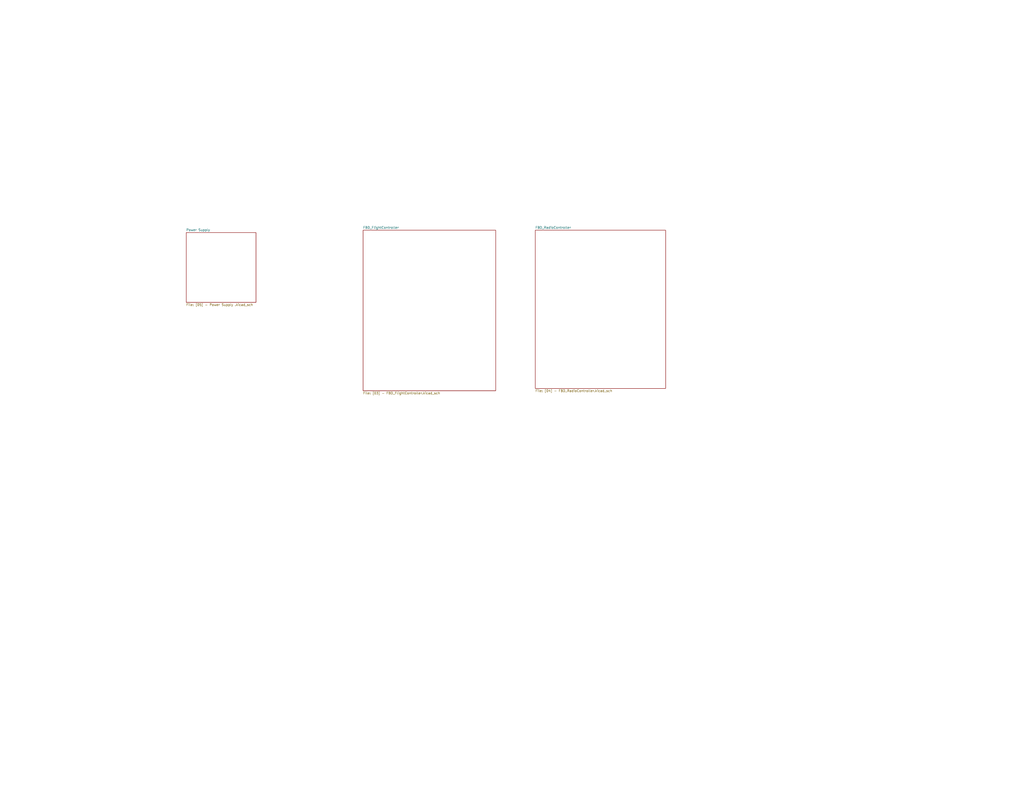
<source format=kicad_sch>
(kicad_sch
	(version 20231120)
	(generator "eeschema")
	(generator_version "8.0")
	(uuid "7b76c15c-a122-4b02-a22e-cad366359bbb")
	(paper "C")
	(title_block
		(comment 2 "DRAFT")
	)
	(lib_symbols)
	(sheet
		(at 101.6 127)
		(size 38.1 38.1)
		(fields_autoplaced yes)
		(stroke
			(width 0.1524)
			(type solid)
		)
		(fill
			(color 0 0 0 0.0000)
		)
		(uuid "0ce565c6-f8fe-4174-9716-15fae563dcc2")
		(property "Sheetname" "Power Supply"
			(at 101.6 126.2884 0)
			(effects
				(font
					(size 1.27 1.27)
				)
				(justify left bottom)
			)
		)
		(property "Sheetfile" "[05] - Power Supply .kicad_sch"
			(at 101.6 165.6846 0)
			(effects
				(font
					(size 1.27 1.27)
				)
				(justify left top)
			)
		)
		(instances
			(project "_Sub_HW_Qcopter"
				(path "/b8703f06-b3da-4de2-b217-f104939b36e8/6184e84e-040e-4878-8152-76cf0b949e21"
					(page "22")
				)
			)
		)
	)
	(sheet
		(at 292.1 125.73)
		(size 71.12 86.36)
		(fields_autoplaced yes)
		(stroke
			(width 0.1524)
			(type solid)
		)
		(fill
			(color 0 0 0 0.0000)
		)
		(uuid "52ef12aa-708a-4c3e-bdcf-f4b54bf97795")
		(property "Sheetname" "FBD_RadioController"
			(at 292.1 125.0184 0)
			(effects
				(font
					(size 1.27 1.27)
				)
				(justify left bottom)
			)
		)
		(property "Sheetfile" "[04] - FBD_RadioController.kicad_sch"
			(at 292.1 212.6746 0)
			(effects
				(font
					(size 1.27 1.27)
				)
				(justify left top)
			)
		)
		(instances
			(project "_Sub_HW_Qcopter"
				(path "/b8703f06-b3da-4de2-b217-f104939b36e8/6184e84e-040e-4878-8152-76cf0b949e21"
					(page "4")
				)
			)
		)
	)
	(sheet
		(at 198.12 125.73)
		(size 72.39 87.63)
		(fields_autoplaced yes)
		(stroke
			(width 0.1524)
			(type solid)
		)
		(fill
			(color 0 0 0 0.0000)
		)
		(uuid "e826979f-4a88-401c-bba5-a1c30231907a")
		(property "Sheetname" "FBD_FlightController"
			(at 198.12 125.0184 0)
			(effects
				(font
					(size 1.27 1.27)
				)
				(justify left bottom)
			)
		)
		(property "Sheetfile" "[03] - FBD_FlightController.kicad_sch"
			(at 198.12 213.9446 0)
			(effects
				(font
					(size 1.27 1.27)
				)
				(justify left top)
			)
		)
		(instances
			(project "_Sub_HW_Qcopter"
				(path "/b8703f06-b3da-4de2-b217-f104939b36e8/6184e84e-040e-4878-8152-76cf0b949e21"
					(page "3")
				)
			)
		)
	)
)
</source>
